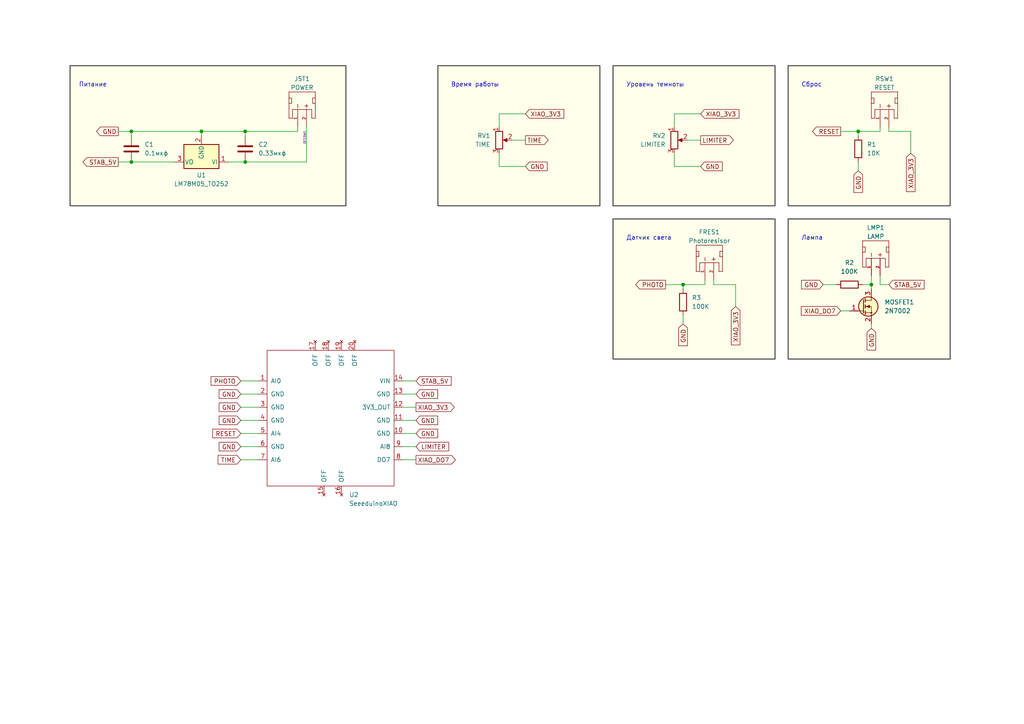
<source format=kicad_sch>
(kicad_sch (version 20230121) (generator eeschema)
  (paper "A4")
  (lib_symbols
    (symbol "Device:C" (pin_numbers hide) (pin_names (offset 0.254))
      (property "Reference" "C" (at 0.635 2.54 0))
      (property "Value" "C" (at 0.635 -2.54 0))
      (symbol "C_0_1"
        (polyline (pts (xy -2.032 -0.762) (xy 2.032 -0.762)) (stroke (width 0.508)))
        (polyline (pts (xy -2.032 0.762) (xy 2.032 0.762)) (stroke (width 0.508)))
      )
      (symbol "C_1_1"
        (pin passive line (at 0 3.81 270) (length 2.794) (name "~") (number "1"))
        (pin passive line (at 0 -3.81 90) (length 2.794) (name "~") (number "2"))
      )
    )
    (symbol "Device:R" (pin_numbers hide) (pin_names (offset 0))
      (property "Reference" "R" (at 2.032 0 90))
      (property "Value" "R" (at 0 0 90))
      (symbol "R_0_1"
        (rectangle (start -1.016 -2.54) (end 1.016 2.54) (stroke (width 0.254)))
      )
      (symbol "R_1_1"
        (pin passive line (at 0 3.81 270) (length 1.27) (name "~") (number "1"))
        (pin passive line (at 0 -3.81 90) (length 1.27) (name "~") (number "2"))
      )
    )
    (symbol "Device:R_Potentiometer" (pin_names (offset 1.016) hide)
      (property "Reference" "RV" (at -4.445 0 90))
      (property "Value" "R_Potentiometer" (at -2.54 0 90))
      (symbol "R_Potentiometer_0_1"
        (polyline (pts (xy 2.54 0) (xy 1.524 0)))
        (polyline (pts (xy 1.143 0) (xy 2.286 0.508) (xy 2.286 -0.508) (xy 1.143 0)) (fill (type outline)))
        (rectangle (start 1.016 2.54) (end -1.016 -2.54) (stroke (width 0.254)))
      )
      (symbol "R_Potentiometer_1_1"
        (pin passive line (at 0 3.81 270) (length 1.27) (name "1") (number "1"))
        (pin passive line (at 3.81 0 180) (length 1.27) (name "2") (number "2"))
        (pin passive line (at 0 -3.81 90) (length 1.27) (name "3") (number "3"))
      )
    )
    (symbol "JST-2-XH_1" (pin_names hide)
      (property "Reference" "JST" (at 0 0 0))
      (symbol "JST-2-XH_1_1_0"
        (polyline (pts (xy -3.81 -8.89) (xy -3.81 -4.572)))
        (polyline (pts (xy -3.81 -8.89) (xy -2.794 -8.89)))
        (polyline (pts (xy -3.81 -4.572) (xy -3.81 -3.048)))
        (polyline (pts (xy -3.81 -4.572) (xy -3.048 -4.572)))
        (polyline (pts (xy -3.81 -3.048) (xy -3.81 -1.27)))
        (polyline (pts (xy -3.81 -1.27) (xy 3.81 -1.27)))
        (polyline (pts (xy -3.048 -4.572) (xy -3.048 -3.048)))
        (polyline (pts (xy -3.048 -3.048) (xy -3.81 -3.048)))
        (polyline (pts (xy -2.794 -6.35) (xy -2.794 -8.89)))
        (polyline (pts (xy -1.27 -5.842) (xy -1.27 -4.826)))
        (polyline (pts (xy 0.762 -5.334) (xy 1.778 -5.334)))
        (polyline (pts (xy 1.27 -5.842) (xy 1.27 -4.826)))
        (polyline (pts (xy 2.794 -8.89) (xy 2.794 -6.35)))
        (polyline (pts (xy 2.794 -6.35) (xy -2.794 -6.35)))
        (polyline (pts (xy 3.048 -4.572) (xy 3.048 -3.048)))
        (polyline (pts (xy 3.048 -3.048) (xy 3.81 -3.048)))
        (polyline (pts (xy 3.81 -8.89) (xy 2.794 -8.89)))
        (polyline (pts (xy 3.81 -4.572) (xy 3.048 -4.572)))
        (polyline (pts (xy 3.81 -4.572) (xy 3.81 -8.89)))
        (polyline (pts (xy 3.81 -3.048) (xy 3.81 -4.572)))
        (polyline (pts (xy 3.81 -1.27) (xy 3.81 -3.048)))
      )
      (symbol "JST-2-XH_1_1_1"
        (pin power_out line (at -1.27 -11.43 90) (length 5.08) (name "") (number "1") (alternate "VOUT" power_out line))
        (pin power_out line (at 1.27 -11.43 90) (length 5.08) (name "") (number "2") (alternate "VIN" power_in line))
      )
    )
    (symbol "PCM_Transistor_MOSFET_AKL:2N7002" (pin_names hide)
      (property "Reference" "Q" (at 5.08 1.27 0))
      (property "Value" "2N7002" (at 5.08 -1.27 0))
      (symbol "2N7002_0_1"
        (polyline (pts (xy 0.254 -1.27) (xy -2.54 -1.27)))
        (polyline (pts (xy 0.254 1.905) (xy 0.254 -1.905)) (stroke (width 0.254)))
        (polyline (pts (xy 0.762 -1.778) (xy 2.54 -1.778)))
        (polyline (pts (xy 0.762 -1.27) (xy 0.762 -2.286)) (stroke (width 0.254)))
        (polyline (pts (xy 0.762 0.508) (xy 0.762 -0.508)) (stroke (width 0.254)))
        (polyline (pts (xy 0.762 2.286) (xy 0.762 1.27)) (stroke (width 0.254)))
        (polyline (pts (xy 2.54 1.778) (xy 0.762 1.778)))
        (polyline (pts (xy 2.54 2.54) (xy 2.54 1.778)))
        (polyline (pts (xy 2.54 -2.54) (xy 2.54 0) (xy 0.762 0)))
        (polyline (pts (xy 1.016 0) (xy 2.032 0.381) (xy 2.032 -0.381) (xy 1.016 0)) (fill (type outline)))
        (circle (center 1.651 0) (radius 2.794) (stroke (width 0.254)) (fill (type background)))
        (circle (center 2.54 -1.778) (radius 0.1778) (fill (type outline)))
      )
      (symbol "2N7002_1_1"
        (pin input line (at -3.81 -1.27 0) (length 2.54) (name "G") (number "1"))
        (pin passive line (at 2.54 -5.08 90) (length 2.54) (name "S") (number "2"))
        (pin passive line (at 2.54 5.08 270) (length 2.54) (name "D") (number "3"))
      )
    )
    (symbol "Regulator_Linear:LM78M05_TO252" (pin_names (offset 0.254))
      (property "Reference" "U" (at -3.81 3.175 0))
      (property "Value" "LM78M05_TO252" (at 0 3.175 0))
      (symbol "LM78M05_TO252_0_1"
        (rectangle (start -5.08 1.905) (end 5.08 -5.08) (stroke (width 0.254)) (fill (type background)))
      )
      (symbol "LM78M05_TO252_1_1"
        (pin power_in line (at -7.62 0 0) (length 2.54) (name "VI") (number "1"))
        (pin power_in line (at 0 -7.62 90) (length 2.54) (name "GND") (number "2"))
        (pin power_out line (at 7.62 0 180) (length 2.54) (name "VO") (number "3"))
      )
    )
    (symbol "Seeeduino XIAO:SeeeduinoXIAO" (pin_names (offset 1.016))
      (property "Reference" "U" (at -19.05 22.86 0))
      (property "Value" "SeeeduinoXIAO" (at -12.7 21.59 0))
      (symbol "SeeeduinoXIAO_0_1"
        (rectangle (start -19.05 20.32) (end 17.78 -19.05))
      )
      (symbol "SeeeduinoXIAO_1_1"
        (pin unspecified line (at -21.59 11.43 0) (length 2.54) (name "PA02_A0_D0") (number "1") (alternate "AI0" input line) (alternate "GND" input line))
        (pin unspecified line (at 20.32 -3.81 180) (length 2.54) (name "PA5_A9_D9_MISO") (number "10") (alternate "GND" input line))
        (pin unspecified line (at 20.32 0 180) (length 2.54) (name "PA6_A10_D10_MOSI") (number "11") (alternate "GND" input line))
        (pin unspecified line (at 20.32 3.81 180) (length 2.54) (name "3V3") (number "12") (alternate "3V3_OUT" power_out line))
        (pin power_in line (at 20.32 7.62 180) (length 2.54) (name "GND") (number "13"))
        (pin unspecified line (at 20.32 11.43 180) (length 2.54) (name "5V") (number "14") (alternate "VIN" power_in line) (alternate "VOUT" power_out line))
        (pin input line (at -2.54 -21.59 90) (length 2.54) (name "5V") (number "15") (alternate "OFF" no_connect line))
        (pin input line (at 2.54 -21.59 90) (length 2.54) (name "GND") (number "16") (alternate "OFF" no_connect line))
        (pin input line (at -5.08 22.86 270) (length 2.54) (name "PA31_SWDIO") (number "17") (alternate "OFF" no_connect line))
        (pin input line (at -1.27 22.86 270) (length 2.54) (name "PA30_SWCLK") (number "18") (alternate "OFF" no_connect line))
        (pin input line (at 2.54 22.86 270) (length 2.54) (name "RESET") (number "19") (alternate "OFF" no_connect line))
        (pin unspecified line (at -21.59 7.62 0) (length 2.54) (name "PA4_A1_D1") (number "2") (alternate "GND" input line))
        (pin input line (at 6.35 22.86 270) (length 2.54) (name "GND") (number "20") (alternate "OFF" no_connect line))
        (pin unspecified line (at -21.59 3.81 0) (length 2.54) (name "PA10_A2_D2") (number "3") (alternate "GND" input line))
        (pin unspecified line (at -21.59 0 0) (length 2.54) (name "PA11_A3_D3") (number "4") (alternate "GND" input line))
        (pin unspecified line (at -21.59 -3.81 0) (length 2.54) (name "PA8_A4_D4_SDA") (number "5") (alternate "AI4" input line) (alternate "GND" input line))
        (pin unspecified line (at -21.59 -7.62 0) (length 2.54) (name "PA9_A5_D5_SCL") (number "6") (alternate "GND" input line))
        (pin unspecified line (at -21.59 -11.43 0) (length 2.54) (name "PB08_A6_D6_TX") (number "7") (alternate "AI6" input line) (alternate "GND" input line))
        (pin unspecified line (at 20.32 -11.43 180) (length 2.54) (name "PB09_A7_D7_RX") (number "8") (alternate "DO7" output line) (alternate "GND" input line))
        (pin unspecified line (at 20.32 -7.62 180) (length 2.54) (name "PA7_A8_D8_SCK") (number "9") (alternate "AI8" input line) (alternate "GND" input line))
      )
    )
    (symbol "lotaurus:JST-2-XH" (pin_names hide)
      (property "Reference" "JST" (at 0 0 0))
      (symbol "JST-2-XH_1_0"
        (polyline (pts (xy -3.81 -8.89) (xy -3.81 -4.572)))
        (polyline (pts (xy -3.81 -8.89) (xy -2.794 -8.89)))
        (polyline (pts (xy -3.81 -4.572) (xy -3.81 -3.048)))
        (polyline (pts (xy -3.81 -4.572) (xy -3.048 -4.572)))
        (polyline (pts (xy -3.81 -3.048) (xy -3.81 -1.27)))
        (polyline (pts (xy -3.81 -1.27) (xy 3.81 -1.27)))
        (polyline (pts (xy -3.048 -4.572) (xy -3.048 -3.048)))
        (polyline (pts (xy -3.048 -3.048) (xy -3.81 -3.048)))
        (polyline (pts (xy -2.794 -6.35) (xy -2.794 -8.89)))
        (polyline (pts (xy -1.27 -5.842) (xy -1.27 -4.826)))
        (polyline (pts (xy 0.762 -5.334) (xy 1.778 -5.334)))
        (polyline (pts (xy 1.27 -5.842) (xy 1.27 -4.826)))
        (polyline (pts (xy 2.794 -8.89) (xy 2.794 -6.35)))
        (polyline (pts (xy 2.794 -6.35) (xy -2.794 -6.35)))
        (polyline (pts (xy 3.048 -4.572) (xy 3.048 -3.048)))
        (polyline (pts (xy 3.048 -3.048) (xy 3.81 -3.048)))
        (polyline (pts (xy 3.81 -8.89) (xy 2.794 -8.89)))
        (polyline (pts (xy 3.81 -4.572) (xy 3.048 -4.572)))
        (polyline (pts (xy 3.81 -4.572) (xy 3.81 -8.89)))
        (polyline (pts (xy 3.81 -3.048) (xy 3.81 -4.572)))
        (polyline (pts (xy 3.81 -1.27) (xy 3.81 -3.048)))
      )
      (symbol "JST-2-XH_1_1"
        (pin power_out line (at -1.27 -11.43 90) (length 5.08) (name "") (number "1") (alternate "VOUT" power_out line))
        (pin power_out line (at 1.27 -11.43 90) (length 5.08) (name "") (number "2") (alternate "VIN" power_in line))
      )
    )
  )
  (junction (at 248.92 38.1))
  (junction (at 71.12 38.1))
  (junction (at 58.42 38.1))
  (junction (at 71.12 46.99))
  (junction (at 252.73 82.55))
  (junction (at 38.1 46.99))
  (junction (at 198.12 82.55))
  (junction (at 38.1 38.1))
  (wire (pts (xy 71.12 38.1) (xy 86.36 38.1)))
  (wire (pts (xy 255.27 80.01) (xy 255.27 82.55)))
  (wire (pts (xy 207.01 82.55) (xy 207.01 81.28)))
  (wire (pts (xy 195.58 48.26) (xy 195.58 44.45)))
  (wire (pts (xy 116.84 129.54) (xy 120.65 129.54)))
  (wire (pts (xy 69.85 125.73) (xy 74.93 125.73)))
  (wire (pts (xy 86.36 38.1) (xy 86.36 36.83)))
  (wire (pts (xy 116.84 118.11) (xy 120.65 118.11)))
  (wire (pts (xy 198.12 82.55) (xy 198.12 83.82)))
  (wire (pts (xy 257.81 38.1) (xy 264.16 38.1)))
  (wire (pts (xy 252.73 93.98) (xy 252.73 95.25)))
  (wire (pts (xy 144.78 48.26) (xy 144.78 44.45)))
  (wire (pts (xy 116.84 125.73) (xy 120.65 125.73)))
  (wire (pts (xy 58.42 38.1) (xy 71.12 38.1)))
  (wire (pts (xy 203.2 48.26) (xy 195.58 48.26)))
  (wire (pts (xy 203.2 33.02) (xy 195.58 33.02)))
  (wire (pts (xy 66.04 46.99) (xy 71.12 46.99)))
  (wire (pts (xy 252.73 80.01) (xy 252.73 82.55)))
  (wire (pts (xy 243.84 90.17) (xy 246.38 90.17)))
  (wire (pts (xy 204.47 82.55) (xy 198.12 82.55)))
  (wire (pts (xy 248.92 46.99) (xy 248.92 49.53)))
  (wire (pts (xy 213.36 82.55) (xy 213.36 88.9)))
  (wire (pts (xy 116.84 121.92) (xy 120.65 121.92)))
  (wire (pts (xy 238.76 82.55) (xy 242.57 82.55)))
  (wire (pts (xy 69.85 129.54) (xy 74.93 129.54)))
  (wire (pts (xy 198.12 91.44) (xy 198.12 93.98)))
  (wire (pts (xy 69.85 110.49) (xy 74.93 110.49)))
  (wire (pts (xy 148.59 40.64) (xy 152.4 40.64)))
  (wire (pts (xy 38.1 39.37) (xy 38.1 38.1)))
  (wire (pts (xy 264.16 38.1) (xy 264.16 44.45)))
  (wire (pts (xy 144.78 33.02) (xy 144.78 36.83)))
  (wire (pts (xy 193.04 82.55) (xy 198.12 82.55)))
  (wire (pts (xy 152.4 33.02) (xy 144.78 33.02)))
  (wire (pts (xy 34.29 46.99) (xy 38.1 46.99)))
  (wire (pts (xy 116.84 114.3) (xy 120.65 114.3)))
  (wire (pts (xy 71.12 39.37) (xy 71.12 38.1)))
  (wire (pts (xy 69.85 133.35) (xy 74.93 133.35)))
  (wire (pts (xy 248.92 38.1) (xy 248.92 39.37)))
  (wire (pts (xy 34.29 38.1) (xy 38.1 38.1)))
  (wire (pts (xy 38.1 38.1) (xy 58.42 38.1)))
  (wire (pts (xy 71.12 46.99) (xy 88.9 46.99)))
  (wire (pts (xy 257.81 38.1) (xy 257.81 36.83)))
  (wire (pts (xy 69.85 118.11) (xy 74.93 118.11)))
  (wire (pts (xy 252.73 82.55) (xy 252.73 83.82)))
  (wire (pts (xy 250.19 82.55) (xy 252.73 82.55)))
  (wire (pts (xy 204.47 81.28) (xy 204.47 82.55)))
  (wire (pts (xy 116.84 110.49) (xy 120.65 110.49)))
  (wire (pts (xy 195.58 33.02) (xy 195.58 36.83)))
  (wire (pts (xy 69.85 114.3) (xy 74.93 114.3)))
  (wire (pts (xy 255.27 82.55) (xy 257.81 82.55)))
  (wire (pts (xy 152.4 48.26) (xy 144.78 48.26)))
  (wire (pts (xy 255.27 38.1) (xy 248.92 38.1)))
  (wire (pts (xy 199.39 40.64) (xy 203.2 40.64)))
  (wire (pts (xy 116.84 133.35) (xy 120.65 133.35)))
  (wire (pts (xy 58.42 39.37) (xy 58.42 38.1)))
  (wire (pts (xy 243.84 38.1) (xy 248.92 38.1)))
  (wire (pts (xy 255.27 36.83) (xy 255.27 38.1)))
  (wire (pts (xy 38.1 46.99) (xy 50.8 46.99)))
  (wire (pts (xy 69.85 121.92) (xy 74.93 121.92)))
  (wire (pts (xy 88.9 36.83) (xy 88.9 46.99)))
  (wire (pts (xy 207.01 82.55) (xy 213.36 82.55)))
  (rectangle (start 228.6 19.05) (end 275.59 59.69) (stroke (width 0.3) (color 72 72 72 1)) (fill (type color) (color 255 255 194 0.32)))
  (rectangle (start 127 19.05) (end 173.99 59.69) (stroke (width 0.3) (color 72 72 72 1)) (fill (type color) (color 255 255 194 0.32)))
  (rectangle (start 177.8 19.05) (end 224.79 59.69) (stroke (width 0.3) (color 72 72 72 1)) (fill (type color) (color 255 255 194 0.32)))
  (rectangle (start 228.6 63.5) (end 275.59 104.14) (stroke (width 0.3) (color 72 72 72 1)) (fill (type color) (color 255 255 194 0.32)))
  (rectangle (start 177.8 63.5) (end 224.79 104.14) (stroke (width 0.3) (color 72 72 72 1)) (fill (type color) (color 255 255 194 0.32)))
  (rectangle (start 20.32 19.05) (end 100.33 59.69) (stroke (width 0.3) (color 72 72 72 1)) (fill (type color) (color 255 255 194 0.32)))
  (text "Время работы" (at 130.81 25.4 0) (effects (font (size 1.27 1.27)) (justify left bottom)))
  (text "Питание" (at 22.86 25.4 0) (effects (font (size 1.27 1.27)) (justify left bottom)))
  (text "Лампа" (at 232.41 69.85 0) (effects (font (size 1.27 1.27)) (justify left bottom)))
  (text "Уровень темноты" (at 181.61 25.4 0) (effects (font (size 1.27 1.27)) (justify left bottom)))
  (text "Сброс" (at 232.41 25.4 0) (effects (font (size 1.27 1.27)) (justify left bottom)))
  (text "Датчик света" (at 181.61 69.85 0) (effects (font (size 1.27 1.27)) (justify left bottom)))
  (label "JST1SW1" (at 88.9 41.91 90) (effects (font (size 0.6 0.6) (thickness 0.1) bold)))
  (global_label "TIME" (shape input) (at 69.85 133.35 180) (property "Intersheetrefs" "${INTERSHEET_REFS}" (effects hide)))
  (global_label "GND" (shape input) (at 198.12 93.98 270) (property "Intersheetrefs" "${INTERSHEET_REFS}" (effects hide)))
  (global_label "GND" (shape input) (at 69.85 129.54 180) (property "Intersheetrefs" "${INTERSHEET_REFS}" (effects hide)))
  (global_label "GND" (shape input) (at 252.73 95.25 270) (property "Intersheetrefs" "${INTERSHEET_REFS}" (effects hide)))
  (global_label "GND" (shape input) (at 248.92 49.53 270) (property "Intersheetrefs" "${INTERSHEET_REFS}" (effects hide)))
  (global_label "TIME" (shape output) (at 152.4 40.64 0) (property "Intersheetrefs" "${INTERSHEET_REFS}" (effects hide)))
  (global_label "PHOTO" (shape output) (at 193.04 82.55 180) (property "Intersheetrefs" "${INTERSHEET_REFS}" (effects hide)))
  (global_label "XIAO_3V3" (shape input) (at 203.2 33.02 0) (property "Intersheetrefs" "${INTERSHEET_REFS}" (effects hide)))
  (global_label "GND" (shape input) (at 238.76 82.55 180) (property "Intersheetrefs" "${INTERSHEET_REFS}" (effects hide)))
  (global_label "XIAO_DO7" (shape output) (at 120.65 133.35 0) (property "Intersheetrefs" "${INTERSHEET_REFS}" (effects hide)))
  (global_label "GND" (shape input) (at 120.65 114.3 0) (property "Intersheetrefs" "${INTERSHEET_REFS}" (effects hide)))
  (global_label "GND" (shape input) (at 69.85 118.11 180) (property "Intersheetrefs" "${INTERSHEET_REFS}" (effects hide)))
  (global_label "PHOTO" (shape input) (at 69.85 110.49 180) (property "Intersheetrefs" "${INTERSHEET_REFS}" (effects hide)))
  (global_label "GND" (shape input) (at 120.65 121.92 0) (property "Intersheetrefs" "${INTERSHEET_REFS}" (effects hide)))
  (global_label "LIMITER" (shape input) (at 120.65 129.54 0) (property "Intersheetrefs" "${INTERSHEET_REFS}" (effects hide)))
  (global_label "GND" (shape input) (at 69.85 121.92 180) (property "Intersheetrefs" "${INTERSHEET_REFS}" (effects hide)))
  (global_label "STAB_5V" (shape input) (at 120.65 110.49 0) (property "Intersheetrefs" "${INTERSHEET_REFS}" (effects hide)))
  (global_label "GND" (shape input) (at 152.4 48.26 0) (property "Intersheetrefs" "${INTERSHEET_REFS}" (effects hide)))
  (global_label "XIAO_3V3" (shape input) (at 213.36 88.9 270) (property "Intersheetrefs" "${INTERSHEET_REFS}" (effects hide)))
  (global_label "RESET" (shape output) (at 243.84 38.1 180) (property "Intersheetrefs" "${INTERSHEET_REFS}" (effects hide)))
  (global_label "GND" (shape input) (at 203.2 48.26 0) (property "Intersheetrefs" "${INTERSHEET_REFS}" (effects hide)))
  (global_label "LIMITER" (shape output) (at 203.2 40.64 0) (property "Intersheetrefs" "${INTERSHEET_REFS}" (effects hide)))
  (global_label "STAB_5V" (shape output) (at 34.29 46.99 180) (property "Intersheetrefs" "${INTERSHEET_REFS}" (effects hide)))
  (global_label "XIAO_3V3" (shape input) (at 152.4 33.02 0) (property "Intersheetrefs" "${INTERSHEET_REFS}" (effects hide)))
  (global_label "GND" (shape input) (at 69.85 114.3 180) (property "Intersheetrefs" "${INTERSHEET_REFS}" (effects hide)))
  (global_label "RESET" (shape input) (at 69.85 125.73 180) (property "Intersheetrefs" "${INTERSHEET_REFS}" (effects hide)))
  (global_label "XIAO_3V3" (shape output) (at 120.65 118.11 0) (property "Intersheetrefs" "${INTERSHEET_REFS}" (effects hide)))
  (global_label "XIAO_DO7" (shape input) (at 243.84 90.17 180) (property "Intersheetrefs" "${INTERSHEET_REFS}" (effects hide)))
  (global_label "GND" (shape output) (at 34.29 38.1 180) (property "Intersheetrefs" "${INTERSHEET_REFS}" (effects hide)))
  (global_label "STAB_5V" (shape input) (at 257.81 82.55 0) (property "Intersheetrefs" "${INTERSHEET_REFS}" (effects hide)))
  (global_label "GND" (shape input) (at 120.65 125.73 0) (property "Intersheetrefs" "${INTERSHEET_REFS}" (effects hide)))
  (global_label "XIAO_3V3" (shape input) (at 264.16 44.45 270) (property "Intersheetrefs" "${INTERSHEET_REFS}" (effects hide)))
  (symbol (lib_id "Device:R_Potentiometer") (at 195.58 40.64 0) (unit 1)
    (property "Reference" "RV2" (at 193.04 39.37 0) (effects (justify right)))
    (property "Value" "LIMITER" (at 193.04 41.91 0) (effects (justify right)))
    (property "Footprint" "PCM_Potentiometer_THT_AKL:Potentiometer_Bourns_3296W_Vertical" (effects hide))
  )
  (symbol (lib_name "JST-2-XH_1") (lib_id "lotaurus:JST-2-XH") (at 205.74 69.85 0) (unit 1)
    (property "Reference" "FRES1" (at 205.74 67.31 0))
    (property "Value" "Photoresisor" (at 205.74 69.85 0))
    (property "Footprint" "Connector_JST:JST_XH_B2B-XH-A_1x02_P2.50mm_Vertical" (effects hide))
    (pin "1" (alternate "VOUT"))
    (pin "2" (alternate "VIN"))
  )
  (symbol (lib_id "PCM_Transistor_MOSFET_AKL:2N7002") (at 250.19 88.9 0) (unit 1)
    (property "Reference" "MOSFET1" (at 256.54 87.63 0) (effects (justify left)))
    (property "Value" "2N7002" (at 256.54 90.17 0) (effects (justify left)))
    (property "Footprint" "PCM_Package_TO_SOT_SMD_AKL:SOT-23" (effects hide))
    (property "Datasheet" "https://static.chipdip.ru/lib/404/DOC016404578.pdf" (effects hide))
  )
  (symbol (lib_id "lotaurus:JST-2-XH") (at 87.63 25.4 0) (unit 1)
    (property "Reference" "JST1" (at 87.63 22.86 0))
    (property "Value" "POWER" (at 87.63 25.4 0))
    (property "Footprint" "Connector_JST:JST_XH_B2B-XH-A_1x02_P2.50mm_Vertical" (effects hide))
  )
  (symbol (lib_id "Device:R") (at 246.38 82.55 90) (unit 1)
    (property "Reference" "R2" (at 246.38 76.2 90))
    (property "Value" "100K" (at 246.38 78.74 90))
    (property "Footprint" "Resistor_SMD:R_1206_3216Metric" (effects hide))
  )
  (symbol (lib_id "Device:R") (at 198.12 87.63 0) (unit 1)
    (property "Reference" "R3" (at 200.66 86.36 0) (effects (justify left)))
    (property "Value" "100K" (at 200.66 88.9 0) (effects (justify left)))
    (property "Footprint" "Resistor_SMD:R_1206_3216Metric" (effects hide))
  )
  (symbol (lib_id "Device:R_Potentiometer") (at 144.78 40.64 0) (unit 1)
    (property "Reference" "RV1" (at 142.24 39.37 0) (effects (justify right)))
    (property "Value" "TIME" (at 142.24 41.91 0) (effects (justify right)))
    (property "Footprint" "PCM_Potentiometer_THT_AKL:Potentiometer_Bourns_3296W_Vertical" (effects hide))
  )
  (symbol (lib_name "JST-2-XH_1") (lib_id "lotaurus:JST-2-XH") (at 254 68.58 0) (unit 1)
    (property "Reference" "LMP1" (at 254 66.04 0))
    (property "Value" "LAMP" (at 254 68.58 0))
    (property "Footprint" "Connector_JST:JST_XH_B2B-XH-A_1x02_P2.50mm_Vertical" (effects hide))
    (pin "1" (alternate "VOUT"))
    (pin "2" (alternate "VIN"))
  )
  (symbol (lib_id "Seeeduino XIAO:SeeeduinoXIAO") (at 96.52 121.92 0) (unit 1)
    (property "Reference" "U2" (at 101.2541 143.51 0) (effects (justify left)))
    (property "Value" "SeeeduinoXIAO" (at 101.2541 146.05 0) (effects (justify left)))
    (property "Footprint" "xiao:Seeduino XIAO-MODULE14H-2.54-21X17.8MM" (effects hide))
    (property "Datasheet" "https://files.seeedstudio.com/wiki/XIAO/Seeed-Studio-XIAO-Series-SOM-Datasheet.pdf" (effects hide))
    (pin "1" (alternate "AI0"))
    (pin "10" (alternate "GND"))
    (pin "11" (alternate "GND"))
    (pin "12" (alternate "3V3_OUT"))
    (pin "14" (alternate "VIN"))
    (pin "15" (alternate "OFF"))
    (pin "16" (alternate "OFF"))
    (pin "17" (alternate "OFF"))
    (pin "18" (alternate "OFF"))
    (pin "19" (alternate "OFF"))
    (pin "2" (alternate "GND"))
    (pin "20" (alternate "OFF"))
    (pin "3" (alternate "GND"))
    (pin "4" (alternate "GND"))
    (pin "5" (alternate "AI4"))
    (pin "6" (alternate "GND"))
    (pin "7" (alternate "AI6"))
    (pin "8" (alternate "DO7"))
    (pin "9" (alternate "AI8"))
  )
  (symbol (lib_id "Device:R") (at 248.92 43.18 0) (unit 1)
    (property "Reference" "R1" (at 251.46 41.91 0) (effects (justify left)))
    (property "Value" "10K" (at 251.46 44.45 0) (effects (justify left)))
    (property "Footprint" "Resistor_SMD:R_1206_3216Metric" (effects hide))
  )
  (symbol (lib_id "Regulator_Linear:LM78M05_TO252") (at 58.42 46.99 180) (unit 1)
    (property "Reference" "U1" (at 58.42 50.8 0))
    (property "Value" "LM78M05_TO252" (at 58.42 53.34 0))
    (property "Footprint" "Package_TO_SOT_SMD:TO-252-2" (effects hide))
    (property "Datasheet" "https://static.chipdip.ru/lib/098/DOC006098452.pdf" (effects hide))
  )
  (symbol (lib_id "Device:C") (at 71.12 43.18 0) (unit 1)
    (property "Reference" "C2" (at 74.93 41.91 0) (effects (justify left)))
    (property "Value" "0.33мкф" (at 74.93 44.45 0) (effects (justify left)))
    (property "Footprint" "Capacitor_SMD:C_1206_3216Metric" (effects hide))
  )
  (symbol (lib_id "Device:C") (at 38.1 43.18 0) (unit 1)
    (property "Reference" "C1" (at 41.91 41.91 0) (effects (justify left)))
    (property "Value" "0.1мкф" (at 41.91 44.45 0) (effects (justify left)))
    (property "Footprint" "Capacitor_SMD:C_1206_3216Metric" (effects hide))
  )
  (symbol (lib_name "JST-2-XH_1") (lib_id "lotaurus:JST-2-XH") (at 256.54 25.4 0) (unit 1)
    (property "Reference" "RSW1" (at 256.54 22.86 0))
    (property "Value" "RESET" (at 256.54 25.4 0))
    (property "Footprint" "Connector_JST:JST_XH_B2B-XH-A_1x02_P2.50mm_Vertical" (effects hide))
    (pin "1" (alternate "VOUT"))
    (pin "2" (alternate "VIN"))
  )
)
</source>
